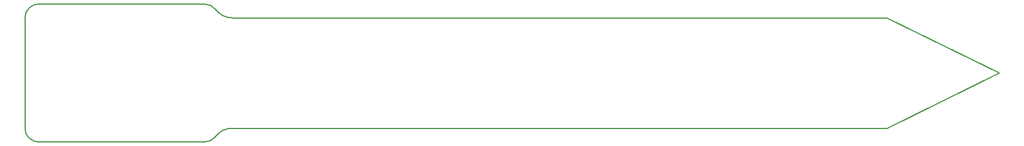
<source format=gbr>
G04 #@! TF.GenerationSoftware,KiCad,Pcbnew,(5.1.4)-1*
G04 #@! TF.CreationDate,2020-11-25T16:32:24+01:00*
G04 #@! TF.ProjectId,iot_plant_watering_sensor_esp32,696f745f-706c-4616-9e74-5f7761746572,rev?*
G04 #@! TF.SameCoordinates,Original*
G04 #@! TF.FileFunction,Profile,NP*
%FSLAX46Y46*%
G04 Gerber Fmt 4.6, Leading zero omitted, Abs format (unit mm)*
G04 Created by KiCad (PCBNEW (5.1.4)-1) date 2020-11-25 16:32:24*
%MOMM*%
%LPD*%
G04 APERTURE LIST*
%ADD10C,0.150000*%
G04 APERTURE END LIST*
D10*
X105848199Y-114205399D02*
G75*
G02X108248199Y-113005399I2400000J-1800000D01*
G01*
X78248200Y-113005399D02*
X78248200Y-97005399D01*
X202998200Y-97005399D02*
X219248200Y-105005399D01*
X105848200Y-114205398D02*
G75*
G02X104248200Y-115005399I-1600001J1199999D01*
G01*
X80248200Y-115005399D02*
G75*
G02X78248200Y-113005399I0J2000000D01*
G01*
X78248199Y-97005401D02*
G75*
G02X80248199Y-95005399I2000001J1D01*
G01*
X108248199Y-97005401D02*
X202998200Y-97005399D01*
X80248199Y-95005399D02*
X104248199Y-95005400D01*
X202998200Y-113005399D02*
X108248199Y-113005399D01*
X219248200Y-105005399D02*
X202998200Y-113005399D01*
X104248200Y-115005399D02*
X80248200Y-115005399D01*
X104248199Y-95005400D02*
G75*
G02X105848199Y-95805400I0J-2000000D01*
G01*
X108248199Y-97005401D02*
G75*
G02X105848199Y-95805400I1J3000001D01*
G01*
M02*

</source>
